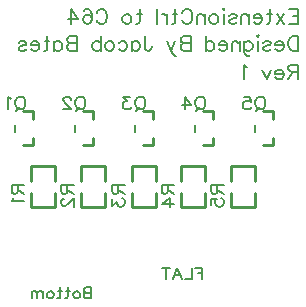
<source format=gbo>
G04 Layer: BottomSilkLayer*
G04 EasyEDA v6.4.14, 2021-02-02T13:22:32--5:00*
G04 99f0f78b573744e3acd602d4f8b6235f,d79a69aa59da4e1fbb9b7d465b79b5da,10*
G04 Gerber Generator version 0.2*
G04 Scale: 100 percent, Rotated: No, Reflected: No *
G04 Dimensions in millimeters *
G04 leading zeros omitted , absolute positions ,4 integer and 5 decimal *
%FSLAX45Y45*%
%MOMM*%

%ADD10C,0.2540*%
%ADD24C,0.2032*%
%ADD26C,0.1524*%
%ADD27C,0.2000*%

%LPD*%
D24*
X927100Y850209D02*
G01*
X927100Y754753D01*
X927100Y850209D02*
G01*
X886190Y850209D01*
X872553Y845662D01*
X868009Y841118D01*
X863462Y832027D01*
X863462Y822937D01*
X868009Y813846D01*
X872553Y809299D01*
X886190Y804753D01*
X927100Y804753D02*
G01*
X886190Y804753D01*
X872553Y800209D01*
X868009Y795662D01*
X863462Y786571D01*
X863462Y772937D01*
X868009Y763846D01*
X872553Y759299D01*
X886190Y754753D01*
X927100Y754753D01*
X810737Y818390D02*
G01*
X819828Y813846D01*
X828918Y804753D01*
X833462Y791118D01*
X833462Y782027D01*
X828918Y768390D01*
X819828Y759299D01*
X810737Y754753D01*
X797100Y754753D01*
X788009Y759299D01*
X778918Y768390D01*
X774372Y782027D01*
X774372Y791118D01*
X778918Y804753D01*
X788009Y813846D01*
X797100Y818390D01*
X810737Y818390D01*
X730735Y850209D02*
G01*
X730735Y772937D01*
X726191Y759299D01*
X717100Y754753D01*
X708009Y754753D01*
X744372Y818390D02*
G01*
X712553Y818390D01*
X664372Y850209D02*
G01*
X664372Y772937D01*
X659828Y759299D01*
X650735Y754753D01*
X641644Y754753D01*
X678009Y818390D02*
G01*
X646191Y818390D01*
X588919Y818390D02*
G01*
X598009Y813846D01*
X607100Y804753D01*
X611644Y791118D01*
X611644Y782027D01*
X607100Y768390D01*
X598009Y759299D01*
X588919Y754753D01*
X575282Y754753D01*
X566191Y759299D01*
X557100Y768390D01*
X552554Y782027D01*
X552554Y791118D01*
X557100Y804753D01*
X566191Y813846D01*
X575282Y818390D01*
X588919Y818390D01*
X522554Y818390D02*
G01*
X522554Y754753D01*
X522554Y800209D02*
G01*
X508916Y813846D01*
X499826Y818390D01*
X486191Y818390D01*
X477100Y813846D01*
X472554Y800209D01*
X472554Y754753D01*
X472554Y800209D02*
G01*
X458917Y813846D01*
X449826Y818390D01*
X436191Y818390D01*
X427101Y813846D01*
X422554Y800209D01*
X422554Y754753D01*
X2679700Y3204580D02*
G01*
X2679700Y3080491D01*
X2679700Y3204580D02*
G01*
X2602882Y3204580D01*
X2679700Y3145490D02*
G01*
X2632428Y3145490D01*
X2679700Y3080491D02*
G01*
X2602882Y3080491D01*
X2563881Y3163216D02*
G01*
X2498882Y3080491D01*
X2498882Y3163216D02*
G01*
X2563881Y3080491D01*
X2442154Y3204580D02*
G01*
X2442154Y3104126D01*
X2436246Y3086399D01*
X2424427Y3080491D01*
X2412608Y3080491D01*
X2459880Y3163216D02*
G01*
X2418519Y3163216D01*
X2373609Y3127763D02*
G01*
X2302700Y3127763D01*
X2302700Y3139582D01*
X2308608Y3151400D01*
X2314519Y3157308D01*
X2326335Y3163216D01*
X2344064Y3163216D01*
X2355883Y3157308D01*
X2367699Y3145490D01*
X2373609Y3127763D01*
X2373609Y3115945D01*
X2367699Y3098218D01*
X2355883Y3086399D01*
X2344064Y3080491D01*
X2326335Y3080491D01*
X2314519Y3086399D01*
X2302700Y3098218D01*
X2263698Y3163216D02*
G01*
X2263698Y3080491D01*
X2263698Y3139582D02*
G01*
X2245972Y3157308D01*
X2234153Y3163216D01*
X2216426Y3163216D01*
X2204608Y3157308D01*
X2198700Y3139582D01*
X2198700Y3080491D01*
X2094699Y3145490D02*
G01*
X2100607Y3157308D01*
X2118337Y3163216D01*
X2136063Y3163216D01*
X2153790Y3157308D01*
X2159701Y3145490D01*
X2153790Y3133671D01*
X2141971Y3127763D01*
X2112426Y3121855D01*
X2100607Y3115945D01*
X2094699Y3104126D01*
X2094699Y3098218D01*
X2100607Y3086399D01*
X2118337Y3080491D01*
X2136063Y3080491D01*
X2153790Y3086399D01*
X2159701Y3098218D01*
X2055700Y3204580D02*
G01*
X2049790Y3198672D01*
X2043882Y3204580D01*
X2049790Y3210491D01*
X2055700Y3204580D01*
X2049790Y3163216D02*
G01*
X2049790Y3080491D01*
X1975335Y3163216D02*
G01*
X1987153Y3157308D01*
X1998972Y3145490D01*
X2004882Y3127763D01*
X2004882Y3115945D01*
X1998972Y3098218D01*
X1987153Y3086399D01*
X1975335Y3080491D01*
X1957608Y3080491D01*
X1945789Y3086399D01*
X1933973Y3098218D01*
X1928063Y3115945D01*
X1928063Y3127763D01*
X1933973Y3145490D01*
X1945789Y3157308D01*
X1957608Y3163216D01*
X1975335Y3163216D01*
X1889064Y3163216D02*
G01*
X1889064Y3080491D01*
X1889064Y3139582D02*
G01*
X1871337Y3157308D01*
X1859518Y3163216D01*
X1841792Y3163216D01*
X1829973Y3157308D01*
X1824062Y3139582D01*
X1824062Y3080491D01*
X1696427Y3175035D02*
G01*
X1702335Y3186854D01*
X1714154Y3198672D01*
X1725973Y3204580D01*
X1749607Y3204580D01*
X1761426Y3198672D01*
X1773245Y3186854D01*
X1779155Y3175035D01*
X1785063Y3157308D01*
X1785063Y3127763D01*
X1779155Y3110036D01*
X1773245Y3098218D01*
X1761426Y3086399D01*
X1749607Y3080491D01*
X1725973Y3080491D01*
X1714154Y3086399D01*
X1702335Y3098218D01*
X1696427Y3110036D01*
X1639699Y3204580D02*
G01*
X1639699Y3104126D01*
X1633791Y3086399D01*
X1621972Y3080491D01*
X1610154Y3080491D01*
X1657426Y3163216D02*
G01*
X1616064Y3163216D01*
X1571155Y3163216D02*
G01*
X1571155Y3080491D01*
X1571155Y3127763D02*
G01*
X1565244Y3145490D01*
X1553428Y3157308D01*
X1541609Y3163216D01*
X1523880Y3163216D01*
X1484881Y3204580D02*
G01*
X1484881Y3080491D01*
X1337155Y3204580D02*
G01*
X1337155Y3104126D01*
X1331244Y3086399D01*
X1319428Y3080491D01*
X1307609Y3080491D01*
X1354881Y3163216D02*
G01*
X1313517Y3163216D01*
X1239062Y3163216D02*
G01*
X1250881Y3157308D01*
X1262700Y3145490D01*
X1268608Y3127763D01*
X1268608Y3115945D01*
X1262700Y3098218D01*
X1250881Y3086399D01*
X1239062Y3080491D01*
X1221336Y3080491D01*
X1209517Y3086399D01*
X1197698Y3098218D01*
X1191790Y3115945D01*
X1191790Y3127763D01*
X1197698Y3145490D01*
X1209517Y3157308D01*
X1221336Y3163216D01*
X1239062Y3163216D01*
X973155Y3175035D02*
G01*
X979063Y3186854D01*
X990881Y3198672D01*
X1002700Y3204580D01*
X1026335Y3204580D01*
X1038153Y3198672D01*
X1049972Y3186854D01*
X1055883Y3175035D01*
X1061791Y3157308D01*
X1061791Y3127763D01*
X1055883Y3110036D01*
X1049972Y3098218D01*
X1038153Y3086399D01*
X1026335Y3080491D01*
X1002700Y3080491D01*
X990881Y3086399D01*
X979063Y3098218D01*
X973155Y3110036D01*
X863244Y3186854D02*
G01*
X869154Y3198672D01*
X886881Y3204580D01*
X898700Y3204580D01*
X916426Y3198672D01*
X928245Y3180946D01*
X934153Y3151400D01*
X934153Y3121855D01*
X928245Y3098218D01*
X916426Y3086399D01*
X898700Y3080491D01*
X892789Y3080491D01*
X875063Y3086399D01*
X863244Y3098218D01*
X857336Y3115945D01*
X857336Y3121855D01*
X863244Y3139582D01*
X875063Y3151400D01*
X892789Y3157308D01*
X898700Y3157308D01*
X916426Y3151400D01*
X928245Y3139582D01*
X934153Y3121855D01*
X759246Y3204580D02*
G01*
X818337Y3121855D01*
X729698Y3121855D01*
X759246Y3204580D02*
G01*
X759246Y3080491D01*
X2679700Y2975980D02*
G01*
X2679700Y2851891D01*
X2679700Y2975980D02*
G01*
X2638336Y2975980D01*
X2620609Y2970072D01*
X2608790Y2958254D01*
X2602882Y2946435D01*
X2596972Y2928708D01*
X2596972Y2899163D01*
X2602882Y2881436D01*
X2608790Y2869618D01*
X2620609Y2857799D01*
X2638336Y2851891D01*
X2679700Y2851891D01*
X2557973Y2899163D02*
G01*
X2487063Y2899163D01*
X2487063Y2910982D01*
X2492971Y2922800D01*
X2498882Y2928708D01*
X2510701Y2934616D01*
X2528427Y2934616D01*
X2540246Y2928708D01*
X2552062Y2916890D01*
X2557973Y2899163D01*
X2557973Y2887345D01*
X2552062Y2869618D01*
X2540246Y2857799D01*
X2528427Y2851891D01*
X2510701Y2851891D01*
X2498882Y2857799D01*
X2487063Y2869618D01*
X2383063Y2916890D02*
G01*
X2388971Y2928708D01*
X2406700Y2934616D01*
X2424427Y2934616D01*
X2442154Y2928708D01*
X2448064Y2916890D01*
X2442154Y2905071D01*
X2430335Y2899163D01*
X2400790Y2893255D01*
X2388971Y2887345D01*
X2383063Y2875526D01*
X2383063Y2869618D01*
X2388971Y2857799D01*
X2406700Y2851891D01*
X2424427Y2851891D01*
X2442154Y2857799D01*
X2448064Y2869618D01*
X2344064Y2975980D02*
G01*
X2338153Y2970072D01*
X2332245Y2975980D01*
X2338153Y2981891D01*
X2344064Y2975980D01*
X2338153Y2934616D02*
G01*
X2338153Y2851891D01*
X2222337Y2934616D02*
G01*
X2222337Y2840073D01*
X2228245Y2822346D01*
X2234153Y2816435D01*
X2245972Y2810527D01*
X2263698Y2810527D01*
X2275517Y2816435D01*
X2222337Y2916890D02*
G01*
X2234153Y2928708D01*
X2245972Y2934616D01*
X2263698Y2934616D01*
X2275517Y2928708D01*
X2287336Y2916890D01*
X2293246Y2899163D01*
X2293246Y2887345D01*
X2287336Y2869618D01*
X2275517Y2857799D01*
X2263698Y2851891D01*
X2245972Y2851891D01*
X2234153Y2857799D01*
X2222337Y2869618D01*
X2183335Y2934616D02*
G01*
X2183335Y2851891D01*
X2183335Y2910982D02*
G01*
X2165609Y2928708D01*
X2153790Y2934616D01*
X2136063Y2934616D01*
X2124245Y2928708D01*
X2118337Y2910982D01*
X2118337Y2851891D01*
X2079335Y2899163D02*
G01*
X2008426Y2899163D01*
X2008426Y2910982D01*
X2014336Y2922800D01*
X2020244Y2928708D01*
X2032063Y2934616D01*
X2049790Y2934616D01*
X2061608Y2928708D01*
X2073427Y2916890D01*
X2079335Y2899163D01*
X2079335Y2887345D01*
X2073427Y2869618D01*
X2061608Y2857799D01*
X2049790Y2851891D01*
X2032063Y2851891D01*
X2020244Y2857799D01*
X2008426Y2869618D01*
X1898517Y2975980D02*
G01*
X1898517Y2851891D01*
X1898517Y2916890D02*
G01*
X1910336Y2928708D01*
X1922155Y2934616D01*
X1939881Y2934616D01*
X1951700Y2928708D01*
X1963519Y2916890D01*
X1969427Y2899163D01*
X1969427Y2887345D01*
X1963519Y2869618D01*
X1951700Y2857799D01*
X1939881Y2851891D01*
X1922155Y2851891D01*
X1910336Y2857799D01*
X1898517Y2869618D01*
X1768518Y2975980D02*
G01*
X1768518Y2851891D01*
X1768518Y2975980D02*
G01*
X1715335Y2975980D01*
X1697609Y2970072D01*
X1691700Y2964164D01*
X1685790Y2952346D01*
X1685790Y2940527D01*
X1691700Y2928708D01*
X1697609Y2922800D01*
X1715335Y2916890D01*
X1768518Y2916890D02*
G01*
X1715335Y2916890D01*
X1697609Y2910982D01*
X1691700Y2905071D01*
X1685790Y2893255D01*
X1685790Y2875526D01*
X1691700Y2863710D01*
X1697609Y2857799D01*
X1715335Y2851891D01*
X1768518Y2851891D01*
X1640880Y2934616D02*
G01*
X1605427Y2851891D01*
X1569971Y2934616D02*
G01*
X1605427Y2851891D01*
X1617245Y2828254D01*
X1629064Y2816435D01*
X1640880Y2810527D01*
X1646791Y2810527D01*
X1380881Y2975980D02*
G01*
X1380881Y2881436D01*
X1386791Y2863710D01*
X1392699Y2857799D01*
X1404518Y2851891D01*
X1416337Y2851891D01*
X1428155Y2857799D01*
X1434063Y2863710D01*
X1439971Y2881436D01*
X1439971Y2893255D01*
X1270972Y2934616D02*
G01*
X1270972Y2851891D01*
X1270972Y2916890D02*
G01*
X1282791Y2928708D01*
X1294610Y2934616D01*
X1312336Y2934616D01*
X1324155Y2928708D01*
X1335973Y2916890D01*
X1341881Y2899163D01*
X1341881Y2887345D01*
X1335973Y2869618D01*
X1324155Y2857799D01*
X1312336Y2851891D01*
X1294610Y2851891D01*
X1282791Y2857799D01*
X1270972Y2869618D01*
X1161064Y2916890D02*
G01*
X1172880Y2928708D01*
X1184699Y2934616D01*
X1202428Y2934616D01*
X1214244Y2928708D01*
X1226063Y2916890D01*
X1231973Y2899163D01*
X1231973Y2887345D01*
X1226063Y2869618D01*
X1214244Y2857799D01*
X1202428Y2851891D01*
X1184699Y2851891D01*
X1172880Y2857799D01*
X1161064Y2869618D01*
X1092517Y2934616D02*
G01*
X1104336Y2928708D01*
X1116154Y2916890D01*
X1122062Y2899163D01*
X1122062Y2887345D01*
X1116154Y2869618D01*
X1104336Y2857799D01*
X1092517Y2851891D01*
X1074790Y2851891D01*
X1062972Y2857799D01*
X1051153Y2869618D01*
X1045245Y2887345D01*
X1045245Y2899163D01*
X1051153Y2916890D01*
X1062972Y2928708D01*
X1074790Y2934616D01*
X1092517Y2934616D01*
X1006246Y2975980D02*
G01*
X1006246Y2851891D01*
X1006246Y2916890D02*
G01*
X994427Y2928708D01*
X982609Y2934616D01*
X964882Y2934616D01*
X953063Y2928708D01*
X941245Y2916890D01*
X935337Y2899163D01*
X935337Y2887345D01*
X941245Y2869618D01*
X953063Y2857799D01*
X964882Y2851891D01*
X982609Y2851891D01*
X994427Y2857799D01*
X1006246Y2869618D01*
X805337Y2975980D02*
G01*
X805337Y2851891D01*
X805337Y2975980D02*
G01*
X752154Y2975980D01*
X734428Y2970072D01*
X728517Y2964164D01*
X722609Y2952346D01*
X722609Y2940527D01*
X728517Y2928708D01*
X734428Y2922800D01*
X752154Y2916890D01*
X805337Y2916890D02*
G01*
X752154Y2916890D01*
X734428Y2910982D01*
X728517Y2905071D01*
X722609Y2893255D01*
X722609Y2875526D01*
X728517Y2863710D01*
X734428Y2857799D01*
X752154Y2851891D01*
X805337Y2851891D01*
X612698Y2934616D02*
G01*
X612698Y2851891D01*
X612698Y2916890D02*
G01*
X624517Y2928708D01*
X636336Y2934616D01*
X654062Y2934616D01*
X665881Y2928708D01*
X677699Y2916890D01*
X683607Y2899163D01*
X683607Y2887345D01*
X677699Y2869618D01*
X665881Y2857799D01*
X654062Y2851891D01*
X636336Y2851891D01*
X624517Y2857799D01*
X612698Y2869618D01*
X555972Y2975980D02*
G01*
X555972Y2875526D01*
X550062Y2857799D01*
X538246Y2851891D01*
X526427Y2851891D01*
X573699Y2934616D02*
G01*
X532335Y2934616D01*
X487428Y2899163D02*
G01*
X416519Y2899163D01*
X416519Y2910982D01*
X422427Y2922800D01*
X428335Y2928708D01*
X440154Y2934616D01*
X457880Y2934616D01*
X469699Y2928708D01*
X481517Y2916890D01*
X487428Y2899163D01*
X487428Y2887345D01*
X481517Y2869618D01*
X469699Y2857799D01*
X457880Y2851891D01*
X440154Y2851891D01*
X428335Y2857799D01*
X416519Y2869618D01*
X312519Y2916890D02*
G01*
X318427Y2928708D01*
X336153Y2934616D01*
X353882Y2934616D01*
X371609Y2928708D01*
X377517Y2916890D01*
X371609Y2905071D01*
X359790Y2899163D01*
X330245Y2893255D01*
X318427Y2887345D01*
X312519Y2875526D01*
X312519Y2869618D01*
X318427Y2857799D01*
X336153Y2851891D01*
X353882Y2851891D01*
X371609Y2857799D01*
X377517Y2869618D01*
X2679700Y2734680D02*
G01*
X2679700Y2610591D01*
X2679700Y2734680D02*
G01*
X2626517Y2734680D01*
X2608790Y2728772D01*
X2602882Y2722864D01*
X2596972Y2711046D01*
X2596972Y2699227D01*
X2602882Y2687408D01*
X2608790Y2681500D01*
X2626517Y2675590D01*
X2679700Y2675590D01*
X2638336Y2675590D02*
G01*
X2596972Y2610591D01*
X2557973Y2657863D02*
G01*
X2487063Y2657863D01*
X2487063Y2669682D01*
X2492971Y2681500D01*
X2498882Y2687408D01*
X2510701Y2693316D01*
X2528427Y2693316D01*
X2540246Y2687408D01*
X2552062Y2675590D01*
X2557973Y2657863D01*
X2557973Y2646045D01*
X2552062Y2628318D01*
X2540246Y2616499D01*
X2528427Y2610591D01*
X2510701Y2610591D01*
X2498882Y2616499D01*
X2487063Y2628318D01*
X2448064Y2693316D02*
G01*
X2412608Y2610591D01*
X2377155Y2693316D02*
G01*
X2412608Y2610591D01*
X2247155Y2711046D02*
G01*
X2235337Y2716954D01*
X2217607Y2734680D01*
X2217607Y2610591D01*
X1866900Y1015309D02*
G01*
X1866900Y919853D01*
X1866900Y1015309D02*
G01*
X1807809Y1015309D01*
X1866900Y969853D02*
G01*
X1830537Y969853D01*
X1777809Y1015309D02*
G01*
X1777809Y919853D01*
X1777809Y919853D02*
G01*
X1723262Y919853D01*
X1656900Y1015309D02*
G01*
X1693263Y919853D01*
X1656900Y1015309D02*
G01*
X1620535Y919853D01*
X1679628Y951671D02*
G01*
X1634172Y951671D01*
X1558719Y1015309D02*
G01*
X1558719Y919853D01*
X1590535Y1015309D02*
G01*
X1526900Y1015309D01*
D26*
X2369058Y2464815D02*
G01*
X2379472Y2459736D01*
X2389886Y2449321D01*
X2395220Y2438907D01*
X2400300Y2423160D01*
X2400300Y2397252D01*
X2395220Y2381757D01*
X2389886Y2371344D01*
X2379472Y2360929D01*
X2369058Y2355850D01*
X2348229Y2355850D01*
X2338070Y2360929D01*
X2327656Y2371344D01*
X2322322Y2381757D01*
X2317241Y2397252D01*
X2317241Y2423160D01*
X2322322Y2438907D01*
X2327656Y2449321D01*
X2338070Y2459736D01*
X2348229Y2464815D01*
X2369058Y2464815D01*
X2353563Y2376423D02*
G01*
X2322322Y2345436D01*
X2220468Y2464815D02*
G01*
X2272538Y2464815D01*
X2277618Y2418079D01*
X2272538Y2423160D01*
X2256790Y2428494D01*
X2241295Y2428494D01*
X2225802Y2423160D01*
X2215388Y2413000D01*
X2210054Y2397252D01*
X2210054Y2386837D01*
X2215388Y2371344D01*
X2225802Y2360929D01*
X2241295Y2355850D01*
X2256790Y2355850D01*
X2272538Y2360929D01*
X2277618Y2366010D01*
X2282952Y2376423D01*
X1861057Y2464815D02*
G01*
X1871471Y2459736D01*
X1881886Y2449321D01*
X1887220Y2438907D01*
X1892300Y2423160D01*
X1892300Y2397252D01*
X1887220Y2381757D01*
X1881886Y2371344D01*
X1871471Y2360929D01*
X1861057Y2355850D01*
X1840229Y2355850D01*
X1830070Y2360929D01*
X1819655Y2371344D01*
X1814321Y2381757D01*
X1809242Y2397252D01*
X1809242Y2423160D01*
X1814321Y2438907D01*
X1819655Y2449321D01*
X1830070Y2459736D01*
X1840229Y2464815D01*
X1861057Y2464815D01*
X1845563Y2376423D02*
G01*
X1814321Y2345436D01*
X1722881Y2464815D02*
G01*
X1774952Y2392171D01*
X1696973Y2392171D01*
X1722881Y2464815D02*
G01*
X1722881Y2355850D01*
X1353057Y2464815D02*
G01*
X1363471Y2459736D01*
X1373886Y2449321D01*
X1379220Y2438907D01*
X1384300Y2423160D01*
X1384300Y2397252D01*
X1379220Y2381757D01*
X1373886Y2371344D01*
X1363471Y2360929D01*
X1353057Y2355850D01*
X1332229Y2355850D01*
X1322070Y2360929D01*
X1311655Y2371344D01*
X1306321Y2381757D01*
X1301242Y2397252D01*
X1301242Y2423160D01*
X1306321Y2438907D01*
X1311655Y2449321D01*
X1322070Y2459736D01*
X1332229Y2464815D01*
X1353057Y2464815D01*
X1337563Y2376423D02*
G01*
X1306321Y2345436D01*
X1256537Y2464815D02*
G01*
X1199387Y2464815D01*
X1230629Y2423160D01*
X1214881Y2423160D01*
X1204468Y2418079D01*
X1199387Y2413000D01*
X1194054Y2397252D01*
X1194054Y2386837D01*
X1199387Y2371344D01*
X1209802Y2360929D01*
X1225295Y2355850D01*
X1240789Y2355850D01*
X1256537Y2360929D01*
X1261618Y2366010D01*
X1266952Y2376423D01*
X845057Y2464815D02*
G01*
X855471Y2459736D01*
X865886Y2449321D01*
X871220Y2438907D01*
X876300Y2423160D01*
X876300Y2397252D01*
X871220Y2381757D01*
X865886Y2371344D01*
X855471Y2360929D01*
X845057Y2355850D01*
X824229Y2355850D01*
X814070Y2360929D01*
X803655Y2371344D01*
X798321Y2381757D01*
X793242Y2397252D01*
X793242Y2423160D01*
X798321Y2438907D01*
X803655Y2449321D01*
X814070Y2459736D01*
X824229Y2464815D01*
X845057Y2464815D01*
X829563Y2376423D02*
G01*
X798321Y2345436D01*
X753618Y2438907D02*
G01*
X753618Y2443987D01*
X748537Y2454402D01*
X743204Y2459736D01*
X732789Y2464815D01*
X712215Y2464815D01*
X701802Y2459736D01*
X696468Y2454402D01*
X691387Y2443987D01*
X691387Y2433573D01*
X696468Y2423160D01*
X706881Y2407665D01*
X758952Y2355850D01*
X686054Y2355850D01*
X337057Y2464815D02*
G01*
X347471Y2459736D01*
X357886Y2449321D01*
X363220Y2438907D01*
X368300Y2423160D01*
X368300Y2397252D01*
X363220Y2381757D01*
X357886Y2371344D01*
X347471Y2360929D01*
X337057Y2355850D01*
X316229Y2355850D01*
X306070Y2360929D01*
X295655Y2371344D01*
X290321Y2381757D01*
X285242Y2397252D01*
X285242Y2423160D01*
X290321Y2438907D01*
X295655Y2449321D01*
X306070Y2459736D01*
X316229Y2464815D01*
X337057Y2464815D01*
X321563Y2376423D02*
G01*
X290321Y2345436D01*
X250952Y2443987D02*
G01*
X240537Y2449321D01*
X224789Y2464815D01*
X224789Y2355850D01*
X252984Y1712899D02*
G01*
X361950Y1712899D01*
X252984Y1712899D02*
G01*
X252984Y1666163D01*
X258063Y1650669D01*
X263397Y1645335D01*
X273812Y1640255D01*
X284226Y1640255D01*
X294639Y1645335D01*
X299720Y1650669D01*
X304800Y1666163D01*
X304800Y1712899D01*
X304800Y1676577D02*
G01*
X361950Y1640255D01*
X273812Y1605965D02*
G01*
X268478Y1595551D01*
X252984Y1579803D01*
X361950Y1579803D01*
X672084Y1712899D02*
G01*
X781050Y1712899D01*
X672084Y1712899D02*
G01*
X672084Y1666163D01*
X677163Y1650669D01*
X682497Y1645335D01*
X692912Y1640255D01*
X703326Y1640255D01*
X713739Y1645335D01*
X718820Y1650669D01*
X723900Y1666163D01*
X723900Y1712899D01*
X723900Y1676577D02*
G01*
X781050Y1640255D01*
X697992Y1600631D02*
G01*
X692912Y1600631D01*
X682497Y1595551D01*
X677163Y1590217D01*
X672084Y1579803D01*
X672084Y1559229D01*
X677163Y1548815D01*
X682497Y1543481D01*
X692912Y1538401D01*
X703326Y1538401D01*
X713739Y1543481D01*
X729234Y1553895D01*
X781050Y1605965D01*
X781050Y1533067D01*
X1103884Y1712899D02*
G01*
X1212850Y1712899D01*
X1103884Y1712899D02*
G01*
X1103884Y1666163D01*
X1108963Y1650669D01*
X1114297Y1645335D01*
X1124712Y1640255D01*
X1135126Y1640255D01*
X1145539Y1645335D01*
X1150620Y1650669D01*
X1155700Y1666163D01*
X1155700Y1712899D01*
X1155700Y1676577D02*
G01*
X1212850Y1640255D01*
X1103884Y1595551D02*
G01*
X1103884Y1538401D01*
X1145539Y1569389D01*
X1145539Y1553895D01*
X1150620Y1543481D01*
X1155700Y1538401D01*
X1171447Y1533067D01*
X1181862Y1533067D01*
X1197355Y1538401D01*
X1207770Y1548815D01*
X1212850Y1564309D01*
X1212850Y1579803D01*
X1207770Y1595551D01*
X1202689Y1600631D01*
X1192276Y1605965D01*
X1522984Y1712899D02*
G01*
X1631950Y1712899D01*
X1522984Y1712899D02*
G01*
X1522984Y1666163D01*
X1528063Y1650669D01*
X1533397Y1645335D01*
X1543812Y1640255D01*
X1554226Y1640255D01*
X1564639Y1645335D01*
X1569720Y1650669D01*
X1574800Y1666163D01*
X1574800Y1712899D01*
X1574800Y1676577D02*
G01*
X1631950Y1640255D01*
X1522984Y1553895D02*
G01*
X1595628Y1605965D01*
X1595628Y1527987D01*
X1522984Y1553895D02*
G01*
X1631950Y1553895D01*
X1942084Y1712899D02*
G01*
X2051050Y1712899D01*
X1942084Y1712899D02*
G01*
X1942084Y1666163D01*
X1947163Y1650669D01*
X1952497Y1645335D01*
X1962911Y1640255D01*
X1973325Y1640255D01*
X1983740Y1645335D01*
X1988820Y1650669D01*
X1993900Y1666163D01*
X1993900Y1712899D01*
X1993900Y1676577D02*
G01*
X2051050Y1640255D01*
X1942084Y1543481D02*
G01*
X1942084Y1595551D01*
X1988820Y1600631D01*
X1983740Y1595551D01*
X1978406Y1579803D01*
X1978406Y1564309D01*
X1983740Y1548815D01*
X1993900Y1538401D01*
X2009647Y1533067D01*
X2020061Y1533067D01*
X2035556Y1538401D01*
X2045970Y1548815D01*
X2051050Y1564309D01*
X2051050Y1579803D01*
X2045970Y1595551D01*
X2040890Y1600631D01*
X2030475Y1605965D01*
D10*
X2383790Y2051100D02*
G01*
X2465298Y2051100D01*
X2465298Y2117089D01*
X2465298Y2277110D02*
G01*
X2465298Y2343099D01*
X2465298Y2277110D01*
X2465298Y2343099D01*
X2383790Y2343099D01*
D27*
X2310307Y2167102D02*
G01*
X2310307Y2227097D01*
D10*
X1875789Y2051100D02*
G01*
X1957298Y2051100D01*
X1957298Y2117089D01*
X1957298Y2277110D02*
G01*
X1957298Y2343099D01*
X1957298Y2277110D01*
X1957298Y2343099D01*
X1875789Y2343099D01*
D27*
X1802307Y2167102D02*
G01*
X1802307Y2227097D01*
D10*
X1367789Y2051100D02*
G01*
X1449298Y2051100D01*
X1449298Y2117089D01*
X1449298Y2277110D02*
G01*
X1449298Y2343099D01*
X1449298Y2277110D01*
X1449298Y2343099D01*
X1367789Y2343099D01*
D27*
X1294307Y2167102D02*
G01*
X1294307Y2227097D01*
D10*
X859789Y2051100D02*
G01*
X941298Y2051100D01*
X941298Y2117089D01*
X941298Y2277110D02*
G01*
X941298Y2343099D01*
X941298Y2277110D01*
X941298Y2343099D01*
X859789Y2343099D01*
D27*
X786307Y2167102D02*
G01*
X786307Y2227097D01*
D10*
X351789Y2051100D02*
G01*
X433298Y2051100D01*
X433298Y2117089D01*
X433298Y2277110D02*
G01*
X433298Y2343099D01*
X433298Y2277110D01*
X433298Y2343099D01*
X351789Y2343099D01*
D27*
X278307Y2167102D02*
G01*
X278307Y2227097D01*
D10*
X418703Y1751799D02*
G01*
X418703Y1876800D01*
X622696Y1751799D02*
G01*
X622696Y1876800D01*
X418703Y1651800D02*
G01*
X418703Y1526799D01*
X622696Y1651800D02*
G01*
X622696Y1526799D01*
X418703Y1876803D02*
G01*
X622696Y1876800D01*
X418703Y1526799D02*
G01*
X622696Y1526799D01*
X837803Y1751799D02*
G01*
X837803Y1876800D01*
X1041796Y1751799D02*
G01*
X1041796Y1876800D01*
X837803Y1651800D02*
G01*
X837803Y1526799D01*
X1041796Y1651800D02*
G01*
X1041796Y1526799D01*
X837803Y1876803D02*
G01*
X1041796Y1876800D01*
X837803Y1526799D02*
G01*
X1041796Y1526799D01*
X1269603Y1751799D02*
G01*
X1269603Y1876800D01*
X1473596Y1751799D02*
G01*
X1473596Y1876800D01*
X1269603Y1651800D02*
G01*
X1269603Y1526799D01*
X1473596Y1651800D02*
G01*
X1473596Y1526799D01*
X1269603Y1876803D02*
G01*
X1473596Y1876800D01*
X1269603Y1526799D02*
G01*
X1473596Y1526799D01*
X1688703Y1751799D02*
G01*
X1688703Y1876800D01*
X1892696Y1751799D02*
G01*
X1892696Y1876800D01*
X1688703Y1651800D02*
G01*
X1688703Y1526799D01*
X1892696Y1651800D02*
G01*
X1892696Y1526799D01*
X1688703Y1876803D02*
G01*
X1892696Y1876800D01*
X1688703Y1526799D02*
G01*
X1892696Y1526799D01*
X2107803Y1751799D02*
G01*
X2107803Y1876800D01*
X2311796Y1751799D02*
G01*
X2311796Y1876800D01*
X2107803Y1651800D02*
G01*
X2107803Y1526799D01*
X2311796Y1651800D02*
G01*
X2311796Y1526799D01*
X2107803Y1876803D02*
G01*
X2311796Y1876800D01*
X2107803Y1526799D02*
G01*
X2311796Y1526799D01*
M02*

</source>
